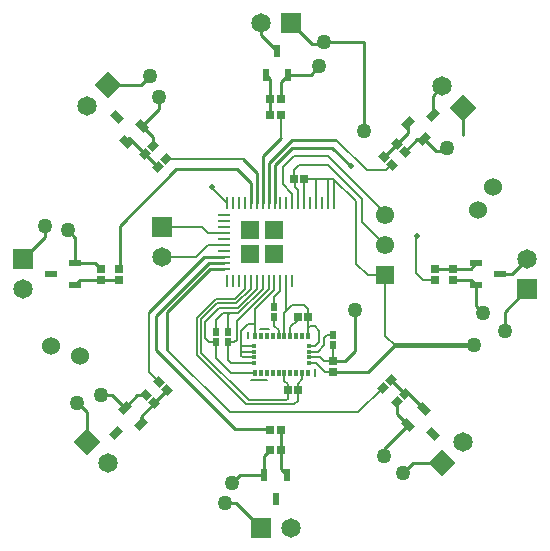
<source format=gtl>
G04 Layer_Physical_Order=1*
G04 Layer_Color=25308*
%FSLAX25Y25*%
%MOIN*%
G70*
G01*
G75*
G04:AMPARAMS|DCode=10|XSize=27.56mil|YSize=29.53mil|CornerRadius=0mil|HoleSize=0mil|Usage=FLASHONLY|Rotation=315.000|XOffset=0mil|YOffset=0mil|HoleType=Round|Shape=Rectangle|*
%AMROTATEDRECTD10*
4,1,4,-0.02018,-0.00070,0.00070,0.02018,0.02018,0.00070,-0.00070,-0.02018,-0.02018,-0.00070,0.0*
%
%ADD10ROTATEDRECTD10*%

G04:AMPARAMS|DCode=11|XSize=23.62mil|YSize=39.37mil|CornerRadius=0mil|HoleSize=0mil|Usage=FLASHONLY|Rotation=225.000|XOffset=0mil|YOffset=0mil|HoleType=Round|Shape=Rectangle|*
%AMROTATEDRECTD11*
4,1,4,-0.00557,0.02227,0.02227,-0.00557,0.00557,-0.02227,-0.02227,0.00557,-0.00557,0.02227,0.0*
%
%ADD11ROTATEDRECTD11*%

%ADD12R,0.02756X0.02953*%
%ADD13R,0.03937X0.02362*%
G04:AMPARAMS|DCode=14|XSize=27.56mil|YSize=29.53mil|CornerRadius=0mil|HoleSize=0mil|Usage=FLASHONLY|Rotation=45.000|XOffset=0mil|YOffset=0mil|HoleType=Round|Shape=Rectangle|*
%AMROTATEDRECTD14*
4,1,4,0.00070,-0.02018,-0.02018,0.00070,-0.00070,0.02018,0.02018,-0.00070,0.00070,-0.02018,0.0*
%
%ADD14ROTATEDRECTD14*%

G04:AMPARAMS|DCode=15|XSize=23.62mil|YSize=39.37mil|CornerRadius=0mil|HoleSize=0mil|Usage=FLASHONLY|Rotation=315.000|XOffset=0mil|YOffset=0mil|HoleType=Round|Shape=Rectangle|*
%AMROTATEDRECTD15*
4,1,4,-0.02227,-0.00557,0.00557,0.02227,0.02227,0.00557,-0.00557,-0.02227,-0.02227,-0.00557,0.0*
%
%ADD15ROTATEDRECTD15*%

%ADD16R,0.02953X0.02756*%
%ADD17R,0.02362X0.03937*%
%ADD18R,0.03937X0.00984*%
%ADD19R,0.00984X0.03937*%
%ADD20R,0.05906X0.05906*%
%ADD21R,0.02362X0.02559*%
%ADD22R,0.02677X0.02520*%
%ADD23R,0.02520X0.02677*%
%ADD24R,0.01181X0.02067*%
%ADD25R,0.01673X0.01181*%
%ADD26C,0.01000*%
%ADD27C,0.00787*%
%ADD28C,0.01787*%
%ADD29C,0.06000*%
%ADD30C,0.06500*%
%ADD31P,0.09192X4X270.0*%
%ADD32R,0.06500X0.06500*%
%ADD33P,0.09192X4X360.0*%
%ADD34R,0.06500X0.06500*%
%ADD35R,0.06102X0.06102*%
%ADD36C,0.06102*%
%ADD37C,0.05000*%
%ADD38C,0.02000*%
D10*
X254472Y357622D02*
D03*
X251827Y354977D02*
D03*
X258803Y353291D02*
D03*
X256158Y350646D02*
D03*
X335685Y272300D02*
D03*
X338330Y274944D02*
D03*
X330961Y277024D02*
D03*
X333606Y279669D02*
D03*
D11*
X245415Y359138D02*
D03*
X250704Y364428D02*
D03*
X242492Y367351D02*
D03*
X344743Y269995D02*
D03*
X339453Y264706D02*
D03*
X347666Y261783D02*
D03*
D12*
X237008Y316831D02*
D03*
Y313090D02*
D03*
X242913Y316831D02*
D03*
Y313090D02*
D03*
X354331D02*
D03*
Y316831D02*
D03*
X348425Y313090D02*
D03*
Y316831D02*
D03*
D13*
X228346Y311221D02*
D03*
Y318701D02*
D03*
X220472Y314961D02*
D03*
X362205Y318701D02*
D03*
Y311221D02*
D03*
X370079Y314961D02*
D03*
D14*
X256552Y278881D02*
D03*
X259196Y276237D02*
D03*
X252221Y274551D02*
D03*
X254866Y271906D02*
D03*
X333999Y351434D02*
D03*
X331355Y354078D02*
D03*
X338330Y355764D02*
D03*
X335685Y358409D02*
D03*
D15*
X250310Y265100D02*
D03*
X245021Y270389D02*
D03*
X242098Y262177D02*
D03*
X339453Y365215D02*
D03*
X344743Y359926D02*
D03*
X347666Y368138D02*
D03*
D16*
X293406Y262992D02*
D03*
X297146D02*
D03*
X293406Y256299D02*
D03*
X297146D02*
D03*
X297047Y373228D02*
D03*
X293307D02*
D03*
X297047Y367913D02*
D03*
X293307D02*
D03*
D17*
X299016Y248031D02*
D03*
X291535D02*
D03*
X295276Y240158D02*
D03*
X291929Y381496D02*
D03*
X299409D02*
D03*
X295669Y389370D02*
D03*
D18*
X278031Y324705D02*
D03*
Y322736D02*
D03*
Y320768D02*
D03*
Y318799D02*
D03*
Y316831D02*
D03*
Y326673D02*
D03*
Y328642D02*
D03*
Y330610D02*
D03*
Y332579D02*
D03*
Y334567D02*
D03*
D19*
X279134Y312642D02*
D03*
X281102Y312697D02*
D03*
X283071D02*
D03*
X285039D02*
D03*
X287008D02*
D03*
X288976D02*
D03*
X290945D02*
D03*
X292913D02*
D03*
X294882D02*
D03*
X300787D02*
D03*
X298819D02*
D03*
X296850D02*
D03*
X296890Y338681D02*
D03*
X298858D02*
D03*
X300827D02*
D03*
X302795D02*
D03*
X304764D02*
D03*
X306732D02*
D03*
X308701D02*
D03*
X310669D02*
D03*
X312638D02*
D03*
X314606D02*
D03*
X294921D02*
D03*
X292953D02*
D03*
X290984D02*
D03*
X289016D02*
D03*
X287047D02*
D03*
X285079D02*
D03*
X283110D02*
D03*
X281142D02*
D03*
X279173D02*
D03*
D20*
X294724Y321752D02*
D03*
X286850D02*
D03*
Y329626D02*
D03*
X294724D02*
D03*
D21*
X314567Y291240D02*
D03*
Y294587D02*
D03*
X279429Y295571D02*
D03*
Y292224D02*
D03*
X275394Y295571D02*
D03*
Y292224D02*
D03*
X294882Y304035D02*
D03*
Y300689D02*
D03*
D22*
X301417Y346850D02*
D03*
X304882D02*
D03*
X299252Y276279D02*
D03*
X302716D02*
D03*
X306063Y300787D02*
D03*
X302598D02*
D03*
D23*
X314567Y282520D02*
D03*
Y285984D02*
D03*
D24*
X306102Y282037D02*
D03*
X304134D02*
D03*
X302165D02*
D03*
X300197D02*
D03*
X298228D02*
D03*
X296260D02*
D03*
X294291D02*
D03*
X292323D02*
D03*
X290354D02*
D03*
X288386D02*
D03*
Y294340D02*
D03*
X290354D02*
D03*
X292323D02*
D03*
X294291D02*
D03*
X296260D02*
D03*
X298228D02*
D03*
X300197D02*
D03*
X302165D02*
D03*
X304134D02*
D03*
X306102D02*
D03*
D25*
X306348Y291142D02*
D03*
Y289173D02*
D03*
Y287205D02*
D03*
Y285236D02*
D03*
X288140Y291142D02*
D03*
Y289173D02*
D03*
Y287205D02*
D03*
Y285236D02*
D03*
D26*
X311417Y392520D02*
X324803D01*
Y362598D02*
Y392520D01*
X294921Y338681D02*
Y351220D01*
X300787Y357087D01*
X292953Y338681D02*
Y352008D01*
X300787Y359842D01*
X290984Y338681D02*
Y354370D01*
X297047Y360433D01*
X273130Y318799D02*
X278031D01*
X273524Y316831D02*
X278031D01*
X255512Y301181D02*
X273130Y318799D01*
X314567Y285984D02*
X318268D01*
X314567Y282520D02*
X326220D01*
X335039Y291339D01*
X259055Y302362D02*
X273524Y316831D01*
X271555Y320768D02*
X278031D01*
X300787Y357087D02*
X314173D01*
X320276Y350984D01*
X300787Y359842D02*
X315354D01*
X318268Y285984D02*
X321654Y289370D01*
Y303150D01*
X259055Y289764D02*
Y302362D01*
X255512Y289764D02*
Y301181D01*
Y289764D02*
X281890Y263386D01*
X293406D01*
X253150Y302362D02*
X271555Y320768D01*
X287047Y338681D02*
Y345236D01*
X243307Y316831D02*
Y331102D01*
X262205Y350000D01*
X282283D01*
X287047Y345236D01*
X289016Y338681D02*
Y348780D01*
X284504Y353291D02*
X289016Y348780D01*
X331355Y354078D02*
Y354078D01*
X339453Y362177D02*
Y365215D01*
X331355Y354078D02*
X335685Y358409D01*
X339453Y362177D01*
X338330Y355764D02*
X342492Y359926D01*
X344743D01*
X347666Y368138D02*
Y374422D01*
X350795Y377551D01*
X351181Y355906D02*
X352362Y357087D01*
X344743Y359926D02*
X348763Y355906D01*
X351181D01*
X357866Y361425D02*
Y370480D01*
X291929Y381496D02*
X293307Y380118D01*
Y367913D02*
Y373228D01*
Y380118D01*
X299409Y381496D02*
X307087D01*
X309842Y384252D01*
X290276Y394764D02*
Y398819D01*
Y394764D02*
X295669Y389370D01*
X300276Y398819D02*
X307362Y391732D01*
X310630D01*
X246513Y360236D02*
X246568D01*
X245415Y359138D02*
X246513Y360236D01*
X246568D02*
X251827Y354977D01*
X256158Y350646D01*
X250704Y364428D02*
X256299Y370023D01*
Y374016D01*
X239362Y377945D02*
X250386D01*
X253543Y381102D01*
X228346Y311221D02*
X230217Y313090D01*
X237008D01*
X242913D01*
X228346Y318701D02*
Y327165D01*
X225984Y329528D02*
X228346Y327165D01*
X211024Y319961D02*
X218504Y327441D01*
Y331102D01*
X250310Y265100D02*
Y267351D01*
X254866Y271906D01*
X259196Y276237D01*
X240607Y274803D02*
X245021Y270389D01*
X237008Y274803D02*
X240607D01*
X232291Y259047D02*
Y268890D01*
X230315Y270866D02*
X232291Y268890D01*
X297146Y249902D02*
X299016Y248031D01*
X297146Y249902D02*
Y256299D01*
Y262992D01*
X283465Y248031D02*
X291535D01*
X280709Y245276D02*
X283465Y248031D01*
X282008Y238583D02*
X290276Y230315D01*
X278346Y238583D02*
X282008D01*
X340953Y251976D02*
X350795D01*
X337795Y248819D02*
X340953Y251976D01*
X331496Y256749D02*
X339453Y264706D01*
X331496Y254331D02*
Y256749D01*
X360335Y316831D02*
X362205Y318701D01*
X348425Y316831D02*
X354331D01*
X360335D01*
X362205Y304331D02*
Y311221D01*
Y304331D02*
X364567Y301969D01*
X370079Y314961D02*
X374134D01*
X379134Y319961D01*
X371654Y302480D02*
X379134Y309961D01*
X371654Y296063D02*
Y302480D01*
X333606Y279669D02*
X338330Y274944D01*
X339794D01*
X344743Y269995D01*
X354331Y313090D02*
X360335D01*
X362205Y311221D01*
X335685Y268474D02*
Y272300D01*
Y268474D02*
X339453Y264706D01*
X291535Y254429D02*
X293406Y256299D01*
X291535Y248031D02*
Y254429D01*
X245021Y270389D02*
X249183Y274551D01*
X252221D01*
X228346Y318701D02*
X235138D01*
X237008Y316831D01*
X254472Y357622D02*
Y360660D01*
X250704Y364428D02*
X254472Y360660D01*
X297047Y373228D02*
Y379134D01*
X299409Y381496D01*
D27*
X272638Y324606D02*
X278031D01*
X268622Y320590D02*
X272638Y324606D01*
X258268Y320590D02*
X268622D01*
X272638Y328543D02*
X278031D01*
X270590Y330591D02*
X272638Y328543D01*
X258268Y330591D02*
X270590D01*
X301654Y344094D02*
Y346614D01*
Y344094D02*
X302795Y342953D01*
Y338583D02*
Y342953D01*
X308701Y338583D02*
Y346850D01*
X312638Y338583D02*
Y346850D01*
X314567Y285984D02*
Y291240D01*
X306348Y285236D02*
X308858D01*
X311575Y282520D01*
X314567D01*
X306348Y287205D02*
X310039D01*
X311260Y285984D01*
X314567D01*
X311417Y293701D02*
X312303Y294587D01*
X314567D01*
X308268Y297638D02*
X309842Y296063D01*
X306693Y297638D02*
X308268D01*
X306102Y297047D02*
X306693Y297638D01*
X306102Y294340D02*
Y297047D01*
X300197Y294340D02*
Y297441D01*
X302598Y299843D01*
Y300787D01*
X298228Y294340D02*
Y302165D01*
X296260Y294340D02*
Y296260D01*
X294882Y297638D02*
X296260Y296260D01*
X294882Y297638D02*
Y300689D01*
Y304035D02*
Y307382D01*
X286221Y298425D02*
X288386D01*
X283858Y296063D02*
X286221Y298425D01*
X283858Y291142D02*
X288140D01*
X288386Y294340D02*
Y298425D01*
X283858Y289173D02*
X288140D01*
X283858Y287795D02*
X284449Y287205D01*
X288140D01*
X280512Y285236D02*
X288140D01*
X280463Y282037D02*
X288386D01*
X298228Y279331D02*
Y282037D01*
Y279331D02*
X299252Y278307D01*
Y276279D02*
Y278307D01*
X304134Y279921D02*
Y282037D01*
X302716Y278504D02*
X304134Y279921D01*
X302716Y276279D02*
Y278504D01*
X288386Y298425D02*
Y303189D01*
X282838Y301969D02*
X290945Y310075D01*
X282704Y303839D02*
X288976Y310111D01*
X282235Y305374D02*
X287008Y310147D01*
X281648Y306791D02*
X285039Y310183D01*
X288386Y303189D02*
X294882Y309685D01*
Y307382D02*
X296850Y309350D01*
X298819Y302756D02*
X300787Y304724D01*
X306102Y297047D02*
Y303248D01*
X304626Y304724D02*
X306102Y303248D01*
X300787Y304724D02*
X304626D01*
X286910Y279823D02*
X292520D01*
X286122Y293602D02*
Y295768D01*
X290158Y296654D02*
X293012D01*
X308366Y280906D02*
Y283366D01*
X306348Y291142D02*
X308465D01*
X309842Y292520D01*
Y296063D01*
X306348Y289173D02*
X309252D01*
X311417Y291339D01*
Y293701D01*
X282283Y299410D02*
X292913Y310039D01*
X279429Y286319D02*
X280512Y285236D01*
X279429Y286319D02*
Y290945D01*
Y292224D02*
X281496D01*
X282283Y293012D01*
Y299410D01*
X280020Y301969D02*
X282838D01*
X275394Y287106D02*
Y292224D01*
Y287106D02*
X280463Y282037D01*
X273130Y292224D02*
X275394D01*
X275847Y305374D02*
X282235D01*
X275259Y306791D02*
X281648D01*
X276476Y303839D02*
X282704D01*
X271752Y293602D02*
X273130Y292224D01*
X271752Y293602D02*
Y299114D01*
X276476Y303839D01*
X268917Y287874D02*
Y300449D01*
X270335Y288819D02*
Y299862D01*
X275847Y305374D01*
X268917Y300449D02*
X275259Y306791D01*
X279429Y295571D02*
Y301378D01*
X280020Y301969D01*
X275394Y295571D02*
Y299606D01*
X277756Y301969D01*
X280020D01*
X298228Y302165D02*
X298819Y302756D01*
Y312598D01*
X283858Y287795D02*
Y296063D01*
X297638Y344980D02*
X300827Y341791D01*
Y338681D02*
Y341791D01*
X297638Y344980D02*
Y350590D01*
X301378Y354331D01*
X312598D01*
X301417Y346850D02*
Y349744D01*
X303091Y351417D01*
X304764Y338681D02*
Y346732D01*
X314606Y338583D02*
Y346850D01*
X312598Y354331D02*
X331968Y334961D01*
X296850Y309350D02*
Y312697D01*
X294882Y309685D02*
Y312697D01*
X292913Y310039D02*
Y312697D01*
X290945Y310075D02*
Y312697D01*
X288976Y310111D02*
Y312697D01*
X287008Y310147D02*
Y312697D01*
X285039Y310183D02*
Y312697D01*
X297047Y360433D02*
Y367913D01*
X315354Y359842D02*
X325590Y349606D01*
X332172D01*
X333999Y351434D01*
X331355Y354078D02*
X331637D01*
X325984Y314567D02*
X331890D01*
Y294488D02*
X335039Y291339D01*
X331890Y294488D02*
Y314567D01*
X304862Y346850D02*
X314567D01*
X324016Y332441D02*
X331890Y324567D01*
X322047Y318504D02*
X325984Y314567D01*
X322047Y318504D02*
Y339370D01*
X314567Y346850D02*
X322047Y339370D01*
X303091Y351417D02*
X312756D01*
X324016Y340158D01*
Y332441D02*
Y340158D01*
X344390Y313090D02*
X348425D01*
X342126Y315354D02*
X344390Y313090D01*
X342126Y315354D02*
Y327559D01*
X302716Y272795D02*
Y276279D01*
X299252Y273366D02*
Y276279D01*
X270335Y288819D02*
X286291Y272862D01*
X298748D01*
X299252Y273366D01*
X268917Y287874D02*
X285268Y271524D01*
X301445D01*
X302716Y272795D01*
X322835Y268898D02*
X330961Y277024D01*
X279921Y268898D02*
X322835D01*
X259055Y289764D02*
X279921Y268898D01*
X253150Y282283D02*
Y302362D01*
Y282283D02*
X256552Y278881D01*
X274153Y343701D02*
X279173Y338681D01*
X258803Y353291D02*
X284504D01*
D28*
X335039Y291339D02*
X361417D01*
D29*
X220472Y290945D02*
D03*
X229921Y287795D02*
D03*
X362598Y336221D02*
D03*
X367717Y344094D02*
D03*
D30*
X232291Y370874D02*
D03*
X211024Y309961D02*
D03*
X239362Y251976D02*
D03*
X300276Y230315D02*
D03*
X357866Y259047D02*
D03*
X379134Y319961D02*
D03*
X350795Y377551D02*
D03*
X290276Y398819D02*
D03*
X257480Y320590D02*
D03*
D31*
X239362Y377945D02*
D03*
X350795Y251976D02*
D03*
D32*
X211024Y319961D02*
D03*
X379134Y309961D02*
D03*
X257480Y330591D02*
D03*
D33*
X232291Y259047D02*
D03*
X357866Y370480D02*
D03*
D34*
X290276Y230315D02*
D03*
X300276Y398819D02*
D03*
D35*
X331890Y314567D02*
D03*
D36*
Y324567D02*
D03*
Y334567D02*
D03*
D37*
X324803Y362598D02*
D03*
X321654Y303150D02*
D03*
X309842Y384252D02*
D03*
X352362Y357087D02*
D03*
X311417Y392520D02*
D03*
X253543Y381102D02*
D03*
X256299Y374016D02*
D03*
X218504Y331102D02*
D03*
X225984Y329528D02*
D03*
X229134Y272047D02*
D03*
X237008Y274803D02*
D03*
X278346Y238583D02*
D03*
X280709Y245276D02*
D03*
X331496Y254331D02*
D03*
X337795Y248819D02*
D03*
X361417Y291339D02*
D03*
X371654Y296063D02*
D03*
X364567Y301969D02*
D03*
D38*
X320276Y350984D02*
D03*
X342520Y327559D02*
D03*
X274213Y343898D02*
D03*
M02*

</source>
